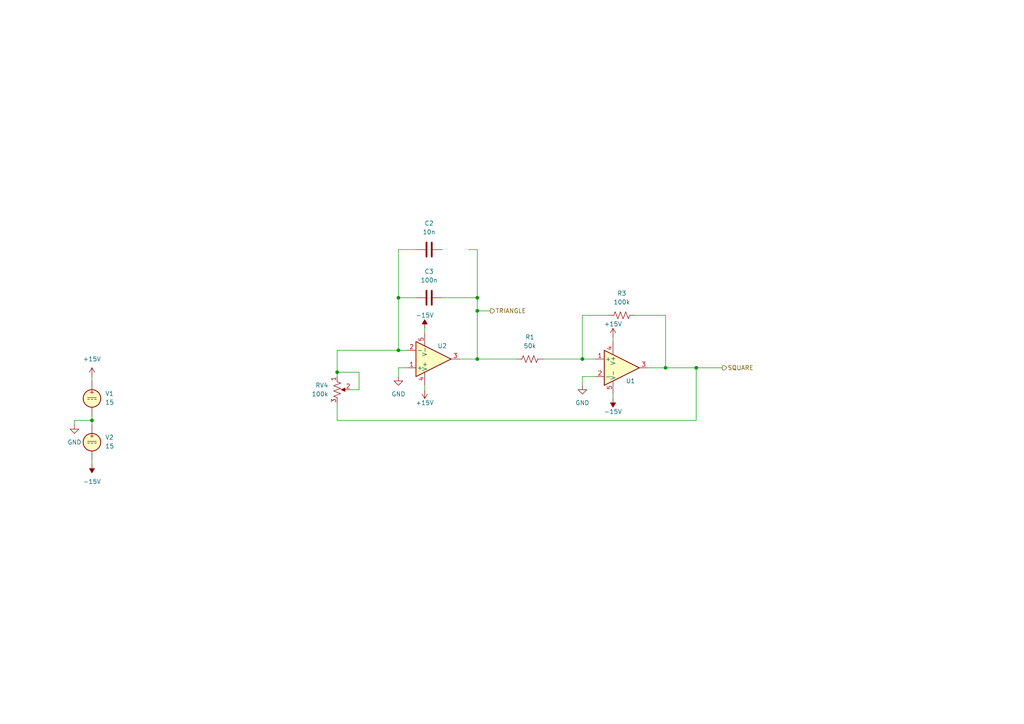
<source format=kicad_sch>
(kicad_sch (version 20231120) (generator "eeschema") (generator_version "8.0")
  (paper "A4")
  (lib_symbols
    (symbol "Device:C" (pin_numbers hide) (pin_names (offset 0.254))
      (property "Reference" "C" (at 0.635 2.54 0))
      (property "Value" "C" (at 0.635 -2.54 0))
      (symbol "C_0_1"
        (polyline (pts (xy -2.032 -0.762) (xy 2.032 -0.762)) (stroke (width 0.508)))
        (polyline (pts (xy -2.032 0.762) (xy 2.032 0.762)) (stroke (width 0.508)))
      )
      (symbol "C_1_1"
        (pin passive line (at 0 3.81 270) (length 2.794) (name "~") (number "1"))
        (pin passive line (at 0 -3.81 90) (length 2.794) (name "~") (number "2"))
      )
    )
    (symbol "Device:R_Potentiometer_US" (pin_names (offset 1.016) hide)
      (property "Reference" "RV" (at -4.445 0 90))
      (property "Value" "R_Potentiometer_US" (at -2.54 0 90))
      (symbol "R_Potentiometer_US_0_1"
        (polyline (pts (xy 0 -2.286) (xy 0 -2.54)))
        (polyline (pts (xy 0 2.54) (xy 0 2.286)))
        (polyline (pts (xy 2.54 0) (xy 1.524 0)))
        (polyline (pts (xy 1.143 0) (xy 2.286 0.508) (xy 2.286 -0.508) (xy 1.143 0)) (fill (type outline)))
        (polyline (pts (xy 0 -0.762) (xy 1.016 -1.143) (xy 0 -1.524) (xy -1.016 -1.905) (xy 0 -2.286)))
        (polyline (pts (xy 0 0.762) (xy 1.016 0.381) (xy 0 0) (xy -1.016 -0.381) (xy 0 -0.762)))
        (polyline (pts (xy 0 2.286) (xy 1.016 1.905) (xy 0 1.524) (xy -1.016 1.143) (xy 0 0.762)))
      )
      (symbol "R_Potentiometer_US_1_1"
        (pin passive line (at 0 3.81 270) (length 1.27) (name "1") (number "1"))
        (pin passive line (at 3.81 0 180) (length 1.27) (name "2") (number "2"))
        (pin passive line (at 0 -3.81 90) (length 1.27) (name "3") (number "3"))
      )
    )
    (symbol "Device:R_US" (pin_numbers hide) (pin_names (offset 0))
      (property "Reference" "R" (at 2.54 0 90))
      (property "Value" "R_US" (at -2.54 0 90))
      (symbol "R_US_0_1"
        (polyline (pts (xy 0 -2.286) (xy 0 -2.54)))
        (polyline (pts (xy 0 2.286) (xy 0 2.54)))
        (polyline (pts (xy 0 -0.762) (xy 1.016 -1.143) (xy 0 -1.524) (xy -1.016 -1.905) (xy 0 -2.286)))
        (polyline (pts (xy 0 0.762) (xy 1.016 0.381) (xy 0 0) (xy -1.016 -0.381) (xy 0 -0.762)))
        (polyline (pts (xy 0 2.286) (xy 1.016 1.905) (xy 0 1.524) (xy -1.016 1.143) (xy 0 0.762)))
      )
      (symbol "R_US_1_1"
        (pin passive line (at 0 3.81 270) (length 1.27) (name "~") (number "1"))
        (pin passive line (at 0 -3.81 90) (length 1.27) (name "~") (number "2"))
      )
    )
    (symbol "PCM_4ms_Power-symbol:GND" (power) (pin_names (offset 0))
      (property "Value" "GND" (at 0 -3.81 0))
      (symbol "GND_0_1"
        (polyline (pts (xy 0 0) (xy 0 -1.27) (xy 1.27 -1.27) (xy 0 -2.54) (xy -1.27 -1.27) (xy 0 -1.27)))
      )
      (symbol "GND_1_1"
        (pin power_in line (at 0 0 270) (length 0) hide (name "GND") (number "1"))
      )
    )
    (symbol "Simulation_SPICE:OPAMP" (pin_names (offset 0.254))
      (property "Reference" "U" (at 3.81 3.175 0))
      (property "Value" "${SIM.PARAMS}" (at 3.81 -3.175 0))
      (symbol "OPAMP_0_1"
        (polyline (pts (xy 5.08 0) (xy -5.08 5.08) (xy -5.08 -5.08) (xy 5.08 0)) (stroke (width 0.254)) (fill (type background)))
      )
      (symbol "OPAMP_1_1"
        (pin input line (at -7.62 2.54 0) (length 2.54) (name "+") (number "1"))
        (pin input line (at -7.62 -2.54 0) (length 2.54) (name "-") (number "2"))
        (pin output line (at 7.62 0 180) (length 2.54) (name "~") (number "3"))
        (pin power_in line (at -2.54 7.62 270) (length 3.81) (name "V+") (number "4"))
        (pin power_in line (at -2.54 -7.62 90) (length 3.81) (name "V-") (number "5"))
      )
    )
    (symbol "Simulation_SPICE:VDC" (pin_numbers hide) (pin_names (offset 0.0254))
      (property "Reference" "V" (at 2.54 2.54 0))
      (property "Value" "1" (at 2.54 0 0))
      (symbol "VDC_0_0"
        (polyline (pts (xy -1.27 0.254) (xy 1.27 0.254)))
        (polyline (pts (xy -0.762 -0.254) (xy -1.27 -0.254)))
        (polyline (pts (xy 0.254 -0.254) (xy -0.254 -0.254)))
        (polyline (pts (xy 1.27 -0.254) (xy 0.762 -0.254)))
        (text "+" (at 0 1.905 0) (effects (font (size 1.27 1.27))))
      )
      (symbol "VDC_0_1"
        (circle (center 0 0) (radius 2.54) (stroke (width 0.254)) (fill (type background)))
      )
      (symbol "VDC_1_1"
        (pin passive line (at 0 5.08 270) (length 2.54) (name "~") (number "1"))
        (pin passive line (at 0 -5.08 90) (length 2.54) (name "~") (number "2"))
      )
    )
    (symbol "power:+15V" (power) (pin_names (offset 0))
      (property "Value" "+15V" (at 0 3.556 0))
      (symbol "+15V_0_1"
        (polyline (pts (xy -0.762 1.27) (xy 0 2.54)))
        (polyline (pts (xy 0 0) (xy 0 2.54)))
        (polyline (pts (xy 0 2.54) (xy 0.762 1.27)))
      )
      (symbol "+15V_1_1"
        (pin power_in line (at 0 0 90) (length 0) hide (name "+15V") (number "1"))
      )
    )
    (symbol "power:-15V" (power) (pin_names (offset 0))
      (property "Value" "-15V" (at 0 3.81 0))
      (symbol "-15V_0_0"
        (pin power_in line (at 0 0 90) (length 0) hide (name "-15V") (number "1"))
      )
      (symbol "-15V_0_1"
        (polyline (pts (xy 0 0) (xy 0 1.27) (xy 0.762 1.27) (xy 0 2.54) (xy -0.762 1.27) (xy 0 1.27)) (fill (type outline)))
      )
    )
  )
  (junction (at 26.67 121.92))
  (junction (at 138.43 90.17))
  (junction (at 115.57 101.6))
  (junction (at 193.04 106.68))
  (junction (at 115.57 86.36))
  (junction (at 201.93 106.68))
  (junction (at 138.43 104.14))
  (junction (at 168.91 104.14))
  (junction (at 138.43 86.36))
  (junction (at 97.79 107.95))
  (wire (pts (xy 115.57 86.36) (xy 120.65 86.36)))
  (wire (pts (xy 138.43 86.36) (xy 138.43 90.17)))
  (wire (pts (xy 193.04 91.44) (xy 193.04 106.68)))
  (wire (pts (xy 21.59 123.19) (xy 21.59 121.92)))
  (wire (pts (xy 115.57 106.68) (xy 115.57 109.22)))
  (wire (pts (xy 97.79 101.6) (xy 115.57 101.6)))
  (wire (pts (xy 26.67 109.22) (xy 26.67 110.49)))
  (wire (pts (xy 168.91 109.22) (xy 168.91 111.76)))
  (wire (pts (xy 21.59 121.92) (xy 26.67 121.92)))
  (wire (pts (xy 138.43 104.14) (xy 149.86 104.14)))
  (wire (pts (xy 104.14 107.95) (xy 97.79 107.95)))
  (wire (pts (xy 97.79 121.92) (xy 201.93 121.92)))
  (wire (pts (xy 201.93 121.92) (xy 201.93 106.68)))
  (wire (pts (xy 177.8 115.57) (xy 177.8 114.3)))
  (wire (pts (xy 26.67 123.19) (xy 26.67 121.92)))
  (wire (pts (xy 172.72 109.22) (xy 168.91 109.22)))
  (wire (pts (xy 97.79 116.84) (xy 97.79 121.92)))
  (wire (pts (xy 118.11 101.6) (xy 115.57 101.6)))
  (wire (pts (xy 104.14 113.03) (xy 101.6 113.03)))
  (wire (pts (xy 123.19 113.03) (xy 123.19 111.76)))
  (wire (pts (xy 176.53 91.44) (xy 168.91 91.44)))
  (wire (pts (xy 138.43 86.36) (xy 128.27 86.36)))
  (wire (pts (xy 142.24 90.17) (xy 138.43 90.17)))
  (wire (pts (xy 115.57 86.36) (xy 115.57 101.6)))
  (wire (pts (xy 168.91 104.14) (xy 157.48 104.14)))
  (wire (pts (xy 26.67 121.92) (xy 26.67 120.65)))
  (wire (pts (xy 104.14 113.03) (xy 104.14 107.95)))
  (wire (pts (xy 177.8 97.79) (xy 177.8 99.06)))
  (wire (pts (xy 138.43 72.39) (xy 138.43 86.36)))
  (wire (pts (xy 97.79 101.6) (xy 97.79 107.95)))
  (wire (pts (xy 135.89 72.39) (xy 138.43 72.39)))
  (wire (pts (xy 26.67 133.35) (xy 26.67 134.62)))
  (wire (pts (xy 115.57 86.36) (xy 115.57 72.39)))
  (wire (pts (xy 138.43 90.17) (xy 138.43 104.14)))
  (wire (pts (xy 184.15 91.44) (xy 193.04 91.44)))
  (wire (pts (xy 133.35 104.14) (xy 138.43 104.14)))
  (wire (pts (xy 168.91 104.14) (xy 172.72 104.14)))
  (wire (pts (xy 193.04 106.68) (xy 201.93 106.68)))
  (wire (pts (xy 193.04 106.68) (xy 187.96 106.68)))
  (wire (pts (xy 97.79 107.95) (xy 97.79 109.22)))
  (wire (pts (xy 209.55 106.68) (xy 201.93 106.68)))
  (wire (pts (xy 118.11 106.68) (xy 115.57 106.68)))
  (wire (pts (xy 115.57 72.39) (xy 120.65 72.39)))
  (wire (pts (xy 168.91 91.44) (xy 168.91 104.14)))
  (wire (pts (xy 123.19 95.25) (xy 123.19 96.52)))
  (hierarchical_label "TRIANGLE" (shape output) (at 142.24 90.17 0))
  (hierarchical_label "SQUARE" (shape output) (at 209.55 106.68 0))
  (symbol (lib_id "power:+15V") (at 177.8 97.79 0) (unit 1)
    (property "Reference" "#PWR08" (effects (hide yes)))
    (property "Value" "+15V" (at 177.8 93.98 0))
  )
  (symbol (lib_id "Device:R_US") (at 153.67 104.14 90) (unit 1)
    (property "Reference" "R1" (at 153.67 97.79 90))
    (property "Value" "50k" (at 153.67 100.33 90))
  )
  (symbol (lib_id "PCM_4ms_Power-symbol:GND") (at 168.91 111.76 0) (unit 1)
    (property "Reference" "#PWR05" (effects (hide yes)))
    (property "Value" "GND" (at 168.91 116.84 0))
  )
  (symbol (lib_id "Simulation_SPICE:VDC") (at 26.67 115.57 0) (unit 1)
    (property "Reference" "V1" (at 30.48 114.1702 0) (effects (justify left)))
    (property "Value" "15" (at 30.48 116.7102 0) (effects (justify left)))
    (property "Sim.Pins" "1=+ 2=-" (effects (hide yes)))
    (property "Sim.Type" "DC" (effects (hide yes)))
    (property "Sim.Device" "V" (effects (hide yes)))
  )
  (symbol (lib_id "Simulation_SPICE:VDC") (at 26.67 128.27 0) (unit 1)
    (property "Reference" "V2" (at 30.48 126.8702 0) (effects (justify left)))
    (property "Value" "15" (at 30.48 129.4102 0) (effects (justify left)))
    (property "Sim.Pins" "1=+ 2=-" (effects (hide yes)))
    (property "Sim.Type" "DC" (effects (hide yes)))
    (property "Sim.Device" "V" (effects (hide yes)))
  )
  (symbol (lib_id "power:-15V") (at 123.19 95.25 0) (unit 1)
    (property "Reference" "#PWR07" (effects (hide yes)))
    (property "Value" "-15V" (at 123.19 91.44 0))
  )
  (symbol (lib_id "PCM_4ms_Power-symbol:GND") (at 115.57 109.22 0) (unit 1)
    (property "Reference" "#PWR04" (effects (hide yes)))
    (property "Value" "GND" (at 115.57 114.3 0))
  )
  (symbol (lib_id "Simulation_SPICE:OPAMP") (at 125.73 104.14 0) (mirror x) (unit 1)
    (property "Reference" "U2" (at 128.27 100.33 0))
    (property "Value" "${SIM.PARAMS}" (effects (hide yes)))
    (property "Sim.Pins" "1=1 2=2 3=5 4=3 5=4" (effects (hide yes)))
    (property "Sim.Device" "SUBCKT" (effects (hide yes)))
    (property "Sim.Library" "${KIPRJMOD}/spice_models/lm324.lib" (effects (hide yes)))
    (property "Sim.Name" "LM324" (effects (hide yes)))
  )
  (symbol (lib_id "power:+15V") (at 123.19 113.03 180) (unit 1)
    (property "Reference" "#PWR06" (effects (hide yes)))
    (property "Value" "+15V" (at 123.19 116.84 0))
  )
  (symbol (lib_id "Simulation_SPICE:OPAMP") (at 180.34 106.68 0) (unit 1)
    (property "Reference" "U1" (at 182.88 110.49 0))
    (property "Value" "${SIM.PARAMS}" (effects (hide yes)))
    (property "Sim.Pins" "1=1 2=2 3=5 4=3 5=4" (effects (hide yes)))
    (property "Sim.Device" "SUBCKT" (effects (hide yes)))
    (property "Sim.Library" "${KIPRJMOD}/spice_models/lm324.lib" (effects (hide yes)))
    (property "Sim.Name" "LM324" (effects (hide yes)))
  )
  (symbol (lib_id "power:+15V") (at 26.67 109.22 0) (unit 1)
    (property "Reference" "#PWR01" (effects (hide yes)))
    (property "Value" "+15V" (at 26.67 104.14 0))
  )
  (symbol (lib_id "Device:C") (at 124.46 86.36 90) (unit 1)
    (property "Reference" "C3" (at 124.46 78.74 90))
    (property "Value" "100n" (at 124.46 81.28 90))
  )
  (symbol (lib_id "Device:R_Potentiometer_US") (at 97.79 113.03 0) (unit 1)
    (property "Reference" "RV4" (at 95.25 111.7599 0) (effects (justify right)))
    (property "Value" "100k" (at 95.25 114.2999 0) (effects (justify right)))
    (property "Description" "Potentiometer, US symbol" (effects (hide yes)))
    (property "Sim.Device" "R" (effects (hide yes)))
    (property "Sim.Type" "POT" (effects (hide yes)))
    (property "Sim.Pins" "1=r0 2=wiper 3=r1" (effects (hide yes)))
    (property "Sim.Params" "r=100k" (effects (hide yes)))
  )
  (symbol (lib_id "power:-15V") (at 26.67 134.62 180) (unit 1)
    (property "Reference" "#PWR02" (effects (hide yes)))
    (property "Value" "-15V" (at 26.67 139.7 0))
  )
  (symbol (lib_id "PCM_4ms_Power-symbol:GND") (at 21.59 123.19 0) (unit 1)
    (property "Reference" "#PWR03" (effects (hide yes)))
    (property "Value" "GND" (at 21.59 128.27 0))
  )
  (symbol (lib_id "Device:C") (at 124.46 72.39 90) (unit 1)
    (property "Reference" "C2" (at 124.46 64.77 90))
    (property "Value" "10n" (at 124.46 67.31 90))
    (property "Description" "Unpolarized capacitor" (effects (hide yes)))
  )
  (symbol (lib_id "power:-15V") (at 177.8 115.57 180) (unit 1)
    (property "Reference" "#PWR09" (effects (hide yes)))
    (property "Value" "-15V" (at 177.8 119.38 0))
  )
  (symbol (lib_id "Device:R_US") (at 180.34 91.44 90) (unit 1)
    (property "Reference" "R3" (at 180.34 85.09 90))
    (property "Value" "100k" (at 180.34 87.63 90))
  )
)
</source>
